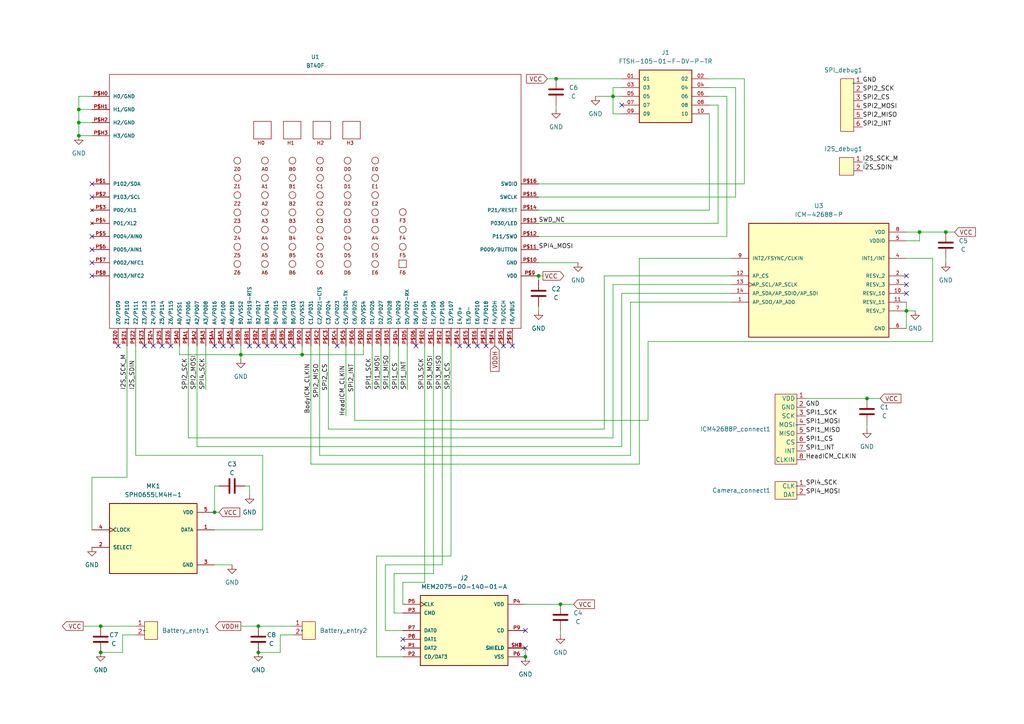
<source format=kicad_sch>
(kicad_sch (version 20230121) (generator eeschema)
  (paper "A4")
  (title_block (title "Bat Tag Main Board") (date "2024-04-04"))
  (lib_symbols
    (symbol "Bat_tag_Library:Battery_entry"
      (property "Reference" "Battery_entry" (at 0 -3.81 0))
      (symbol "Battery_entry_1_1"
        (rectangle (start 0 2.54) (end 3.81 -2.54) (fill (type background)))
        (pin power_in line (at -2.54 1.27 0) (length 2.54) (name "") (number "1"))
        (pin passive line (at -2.54 -1.27 0) (length 2.54) (name "") (number "2"))
      )
    )
    (symbol "Bat_tag_Library:I2S_debug"
      (property "Reference" "I2S_debug" (at 0.762 -4.572 0))
      (symbol "I2S_debug_1_1"
        (rectangle (start 0 2.54) (end 4.191 -2.54) (fill (type background)))
        (pin passive line (at -2.54 1.27 0) (length 2.54) (name "") (number "1"))
        (pin passive line (at -2.54 -1.27 0) (length 2.54) (name "") (number "2"))
      )
    )
    (symbol "Bat_tag_Library:ICM42688P_connect"
      (property "Reference" "ICM42688P_connect" (at 0 11.43 0))
      (symbol "ICM42688P_connect_1_1"
        (rectangle (start 0 8.89) (end 6.35 -11.43) (fill (type background)))
        (pin passive line (at -2.54 7.62 0) (length 2.54) (name "VDD") (number "1"))
        (pin passive line (at -2.54 5.08 0) (length 2.54) (name "GND") (number "2"))
        (pin passive line (at -2.54 2.54 0) (length 2.54) (name "SCK") (number "3"))
        (pin passive line (at -2.54 0 0) (length 2.54) (name "MOSI") (number "4"))
        (pin passive line (at -2.54 -2.54 0) (length 2.54) (name "MISO") (number "5"))
        (pin passive line (at -2.54 -5.08 0) (length 2.54) (name "CS") (number "6"))
        (pin passive line (at -2.54 -7.62 0) (length 2.54) (name "INT") (number "7"))
        (pin passive line (at -2.54 -10.16 0) (length 2.54) (name "CLKIN") (number "8"))
      )
    )
    (symbol "Bat_tag_Library:SPI_debug"
      (property "Reference" "SPI_debug" (at 0 3.81 0))
      (symbol "SPI_debug_1_1"
        (rectangle (start 0 1.27) (end 3.81 -13.97) (fill (type background)))
        (pin passive line (at -2.54 0 0) (length 2.54) (name "") (number "1"))
        (pin passive line (at -2.54 -2.54 0) (length 2.54) (name "") (number "2"))
        (pin passive line (at -2.54 -5.08 0) (length 2.54) (name "") (number "3"))
        (pin passive line (at -2.54 -7.62 0) (length 2.54) (name "") (number "4"))
        (pin passive line (at -2.54 -10.16 0) (length 2.54) (name "") (number "5"))
        (pin passive line (at -2.54 -12.7 0) (length 2.54) (name "") (number "6"))
      )
    )
    (symbol "Bat_tag_Library:camera_connect"
      (property "Reference" "Camera_connect" (at 0 3.81 0))
      (symbol "camera_connect_1_1"
        (rectangle (start 0 1.27) (end 6.35 -3.81) (fill (type background)))
        (pin passive line (at -2.54 0 0) (length 2.54) (name "CLK") (number "1"))
        (pin passive line (at -2.54 -2.54 0) (length 2.54) (name "DAT") (number "2"))
      )
    )
    (symbol "Device:C" (pin_numbers hide) (pin_names (offset 0.254))
      (property "Reference" "C" (at 0.635 2.54 0))
      (property "Value" "C" (at 0.635 -2.54 0))
      (symbol "C_0_1"
        (polyline (pts (xy -2.032 -0.762) (xy 2.032 -0.762)) (stroke (width 0.508)))
        (polyline (pts (xy -2.032 0.762) (xy 2.032 0.762)) (stroke (width 0.508)))
      )
      (symbol "C_1_1"
        (pin passive line (at 0 3.81 270) (length 2.794) (name "~") (number "1"))
        (pin passive line (at 0 -3.81 90) (length 2.794) (name "~") (number "2"))
      )
    )
    (symbol "FTSH-105-01-F-DV-P-TR:FTSH-105-01-F-DV-P-TR" (pin_names (offset 1.016))
      (property "Reference" "J" (at -8.12 7.62 0))
      (property "Value" "FTSH-105-01-F-DV-P-TR" (at -7.62 -10.16 0))
      (symbol "FTSH-105-01-F-DV-P-TR_0_0"
        (rectangle (start -7.62 -7.62) (end 7.62 7.62) (stroke (width 0.254)) (fill (type background)))
        (pin passive line (at -12.7 5.08 0) (length 5.08) (name "01") (number "01"))
        (pin passive line (at 12.7 5.08 180) (length 5.08) (name "02") (number "02"))
        (pin passive line (at -12.7 2.54 0) (length 5.08) (name "03") (number "03"))
        (pin passive line (at 12.7 2.54 180) (length 5.08) (name "04") (number "04"))
        (pin passive line (at -12.7 0 0) (length 5.08) (name "05") (number "05"))
        (pin passive line (at 12.7 0 180) (length 5.08) (name "06") (number "06"))
        (pin passive line (at -12.7 -2.54 0) (length 5.08) (name "07") (number "07"))
        (pin passive line (at 12.7 -2.54 180) (length 5.08) (name "08") (number "08"))
        (pin passive line (at -12.7 -5.08 0) (length 5.08) (name "09") (number "09"))
        (pin passive line (at 12.7 -5.08 180) (length 5.08) (name "10") (number "10"))
      )
    )
    (symbol "Fanstel-modules:BT40F" (pin_names (offset 1.016))
      (property "Reference" "U" (at 0 48.26 0))
      (property "Value" "BT40F" (at 63.5 -27.94 0))
      (symbol "BT40F_0_1"
        (rectangle (start -57.15 46.99) (end 62.23 -26.67))
      )
      (symbol "BT40F_1_0"
        (polyline (pts (xy -15.3162 28.2956) (xy -15.3162 33.3756)))
        (polyline (pts (xy -15.3162 33.3756) (xy -10.2362 33.3756)))
        (polyline (pts (xy -10.2362 28.2956) (xy -15.3162 28.2956)))
        (polyline (pts (xy -10.2362 33.3756) (xy -10.2362 28.2956)))
        (polyline (pts (xy -6.6802 28.2956) (xy -6.6802 33.3756)))
        (polyline (pts (xy -6.6802 33.3756) (xy -1.6256 33.3756)))
        (polyline (pts (xy -1.6256 28.2956) (xy -6.6802 28.2956)))
        (polyline (pts (xy -1.6256 33.3756) (xy -1.6256 28.2956)))
        (polyline (pts (xy 1.905 28.2956) (xy 1.905 33.3756)))
        (polyline (pts (xy 1.905 33.3756) (xy 6.985 33.3756)))
        (polyline (pts (xy 6.985 28.2956) (xy 1.905 28.2956)))
        (polyline (pts (xy 6.985 33.3756) (xy 6.985 28.2956)))
        (polyline (pts (xy 10.5156 28.2956) (xy 10.5156 33.3756)))
        (polyline (pts (xy 10.5156 33.3756) (xy 15.5956 33.3756)))
        (polyline (pts (xy 15.5956 28.2956) (xy 10.5156 28.2956)))
        (polyline (pts (xy 15.5956 33.3756) (xy 15.5956 28.2956)))
        (text "A0" (at -12.0904 19.5072 0) (effects (font (size 1.016 1.016))))
        (text "A1" (at -12.0904 14.5034 0) (effects (font (size 1.016 1.016))))
        (text "A2" (at -12.0904 9.4996 0) (effects (font (size 1.016 1.016))))
        (text "A3" (at -12.0904 4.4958 0) (effects (font (size 1.016 1.016))))
        (text "A4" (at -12.0904 -0.4826 0) (effects (font (size 1.016 1.016))))
        (text "A4" (at 19.8628 -0.4826 0) (effects (font (size 1.016 1.016))))
        (text "A5" (at -12.0904 -5.4864 0) (effects (font (size 1.016 1.016))))
        (text "A6" (at -12.0904 -10.4902 0) (effects (font (size 1.016 1.016))))
        (text "B0" (at -4.1148 19.5072 0) (effects (font (size 1.016 1.016))))
        (text "B1" (at -4.1148 14.5034 0) (effects (font (size 1.016 1.016))))
        (text "B2" (at -4.1148 9.4996 0) (effects (font (size 1.016 1.016))))
        (text "B3" (at -4.1148 4.4958 0) (effects (font (size 1.016 1.016))))
        (text "B4" (at -4.1148 -0.4826 0) (effects (font (size 1.016 1.016))))
        (text "B5" (at -4.1148 -5.4864 0) (effects (font (size 1.016 1.016))))
        (text "B6" (at -4.1148 -10.4902 0) (effects (font (size 1.016 1.016))))
        (text "C0" (at 3.8608 19.5072 0) (effects (font (size 1.016 1.016))))
        (text "C1" (at 3.8608 14.5034 0) (effects (font (size 1.016 1.016))))
        (text "C2" (at 3.8608 9.4996 0) (effects (font (size 1.016 1.016))))
        (text "C3" (at 3.8608 4.4958 0) (effects (font (size 1.016 1.016))))
        (text "C4" (at 3.8608 -0.4826 0) (effects (font (size 1.016 1.016))))
        (text "C5" (at 3.8608 -5.4864 0) (effects (font (size 1.016 1.016))))
        (text "C6" (at 3.8608 -10.4902 0) (effects (font (size 1.016 1.016))))
        (text "D0" (at 11.8618 19.5072 0) (effects (font (size 1.016 1.016))))
        (text "D1" (at 11.8618 14.5034 0) (effects (font (size 1.016 1.016))))
        (text "D2" (at 11.8618 9.4996 0) (effects (font (size 1.016 1.016))))
        (text "D3" (at 11.8618 4.4958 0) (effects (font (size 1.016 1.016))))
        (text "D4" (at 11.8618 -0.4826 0) (effects (font (size 1.016 1.016))))
        (text "D5" (at 11.8618 -5.4864 0) (effects (font (size 1.016 1.016))))
        (text "D6" (at 11.8618 -10.4902 0) (effects (font (size 1.016 1.016))))
        (text "E0" (at 19.8628 19.5072 0) (effects (font (size 1.016 1.016))))
        (text "E1" (at 19.8628 14.5034 0) (effects (font (size 1.016 1.016))))
        (text "E2" (at 19.8628 9.4996 0) (effects (font (size 1.016 1.016))))
        (text "E3" (at 19.8628 4.4958 0) (effects (font (size 1.016 1.016))))
        (text "E5" (at 19.8628 -5.4864 0) (effects (font (size 1.016 1.016))))
        (text "E6" (at 19.8628 -10.4902 0) (effects (font (size 1.016 1.016))))
        (text "F4" (at 27.8638 -0.4826 0) (effects (font (size 1.016 1.016))))
        (text "F5" (at 27.8638 -5.4864 0) (effects (font (size 1.016 1.016))))
        (text "F6" (at 27.8638 -10.4902 0) (effects (font (size 1.016 1.016))))
        (text "H0" (at -13.1826 27.1272 0) (effects (font (size 1.016 1.016))))
        (text "H1" (at -4.572 27.1272 0) (effects (font (size 1.016 1.016))))
        (text "H2" (at 4.0386 27.1272 0) (effects (font (size 1.016 1.016))))
        (text "H3" (at 12.6492 27.1272 0) (effects (font (size 1.016 1.016))))
        (text "Z0" (at -20.0914 19.5072 0) (effects (font (size 1.016 1.016))))
        (text "Z1" (at -20.0914 14.5034 0) (effects (font (size 1.016 1.016))))
        (text "Z2" (at -20.0914 9.4996 0) (effects (font (size 1.016 1.016))))
        (text "Z3" (at -20.0914 4.4958 0) (effects (font (size 1.016 1.016))))
        (text "Z4" (at -20.0914 -0.4826 0) (effects (font (size 1.016 1.016))))
        (text "Z5" (at -20.0914 -5.4864 0) (effects (font (size 1.016 1.016))))
        (text "Z6" (at -20.0914 -10.4902 0) (effects (font (size 1.016 1.016))))
      )
      (symbol "BT40F_1_1"
        (circle (center -20.066 -7.9756) (radius 0.9906))
        (circle (center -20.066 -2.9972) (radius 0.9906))
        (circle (center -20.066 1.9812) (radius 0.9906))
        (circle (center -20.066 6.985) (radius 0.9906))
        (circle (center -20.066 11.9888) (radius 0.9906))
        (circle (center -20.066 16.9926) (radius 0.9906))
        (circle (center -20.066 21.9964) (radius 0.9906))
        (circle (center -12.065 -7.9756) (radius 0.9906))
        (circle (center -12.065 -2.9972) (radius 0.9906))
        (circle (center -12.065 1.9812) (radius 0.9906))
        (circle (center -12.065 6.985) (radius 0.9906))
        (circle (center -12.065 11.9888) (radius 0.9906))
        (circle (center -12.065 16.9926) (radius 0.9906))
        (circle (center -12.065 21.9964) (radius 0.9906))
        (circle (center -4.0894 -7.9756) (radius 0.9906))
        (circle (center -4.0894 -2.9972) (radius 0.9906))
        (circle (center -4.0894 1.9812) (radius 0.9906))
        (circle (center -4.0894 6.985) (radius 0.9906))
        (circle (center -4.0894 11.9888) (radius 0.9906))
        (circle (center -4.0894 16.9926) (radius 0.9906))
        (circle (center -4.0894 21.9964) (radius 0.9906))
        (circle (center 3.9116 -7.9756) (radius 0.9906))
        (circle (center 3.9116 -2.9972) (radius 0.9906))
        (circle (center 3.9116 1.9812) (radius 0.9906))
        (circle (center 3.9116 6.985) (radius 0.9906))
        (circle (center 3.9116 11.9888) (radius 0.9906))
        (circle (center 3.9116 16.9926) (radius 0.9906))
        (circle (center 3.9116 21.9964) (radius 0.9906))
        (circle (center 11.9126 -7.9756) (radius 0.9906))
        (circle (center 11.9126 -2.9972) (radius 0.9906))
        (circle (center 11.9126 1.9812) (radius 0.9906))
        (circle (center 11.9126 6.985) (radius 0.9906))
        (circle (center 11.9126 11.9888) (radius 0.9906))
        (circle (center 11.9126 16.9926) (radius 0.9906))
        (circle (center 11.9126 21.9964) (radius 0.9906))
        (circle (center 19.9136 -7.9756) (radius 0.9906))
        (circle (center 19.9136 -2.9972) (radius 0.9906))
        (circle (center 19.9136 1.9812) (radius 0.9906))
        (circle (center 19.9136 6.985) (radius 0.9906))
        (circle (center 19.9136 11.9888) (radius 0.9906))
        (circle (center 19.9136 16.9926) (radius 0.9906))
        (circle (center 19.9136 21.9964) (radius 0.9906))
        (rectangle (start 26.797 -6.858) (end 28.956 -9.017))
        (circle (center 27.9146 -2.9972) (radius 0.9906))
        (circle (center 27.9146 1.9812) (radius 0.9906))
        (circle (center 27.9146 7.0612) (radius 0.9906))
        (text "F3" (at 27.8638 4.5974 0) (effects (font (size 1.016 1.016))))
        (pin bidirectional line (at -62.23 15.24 0) (length 5.08) (name "P102/SDA") (number "P$1"))
        (pin bidirectional line (at 67.31 -7.62 180) (length 5.08) (name "GND") (number "P$10"))
        (pin bidirectional line (at 67.31 -3.81 180) (length 5.08) (name "P009/BUTTON") (number "P$11"))
        (pin bidirectional line (at 67.31 0 180) (length 5.08) (name "P11/SWO") (number "P$12"))
        (pin bidirectional line (at 67.31 3.81 180) (length 5.08) (name "P030/LED") (number "P$13"))
        (pin bidirectional line (at 67.31 7.62 180) (length 5.08) (name "P21/RESET") (number "P$14"))
        (pin bidirectional line (at 67.31 11.43 180) (length 5.08) (name "SWCLK") (number "P$15"))
        (pin bidirectional line (at 67.31 15.24 180) (length 5.08) (name "SWDIO") (number "P$16"))
        (pin bidirectional line (at -62.23 11.43 0) (length 5.08) (name "P103/SCL") (number "P$2"))
        (pin no_connect line (at -62.23 7.62 0) (length 5.08) (name "P00/XL1") (number "P$3"))
        (pin no_connect line (at -62.23 3.81 0) (length 5.08) (name "P01/XL2") (number "P$4"))
        (pin bidirectional line (at -62.23 0 0) (length 5.08) (name "P004/AIN0") (number "P$5"))
        (pin bidirectional line (at -62.23 -3.81 0) (length 5.08) (name "P005/AIN1") (number "P$6"))
        (pin bidirectional line (at -62.23 -7.62 0) (length 5.08) (name "P002/NFC1") (number "P$7"))
        (pin bidirectional line (at -62.23 -11.43 0) (length 5.08) (name "P003/NFC2") (number "P$8"))
        (pin bidirectional line (at 67.31 -11.43 180) (length 5.08) (name "VDD") (number "P$9"))
        (pin bidirectional line (at -36.83 -31.75 90) (length 5.08) (name "A0/VSS1") (number "P$A0"))
        (pin bidirectional line (at -34.29 -31.75 90) (length 5.08) (name "A1/P006") (number "P$A1"))
        (pin bidirectional line (at -31.75 -31.75 90) (length 5.08) (name "A2/P007") (number "P$A2"))
        (pin bidirectional line (at -29.21 -31.75 90) (length 5.08) (name "A3/P008") (number "P$A3"))
        (pin bidirectional line (at -26.67 -31.75 90) (length 5.08) (name "A4/P016") (number "P$A4"))
        (pin bidirectional line (at -24.13 -31.75 90) (length 5.08) (name "A5/P100") (number "P$A5"))
        (pin bidirectional line (at -21.59 -31.75 90) (length 5.08) (name "A6/P018") (number "P$A6"))
        (pin bidirectional line (at -19.05 -31.75 90) (length 5.08) (name "B0/VSS2") (number "P$B0"))
        (pin bidirectional line (at -16.51 -31.75 90) (length 5.08) (name "B1/P019-RTS") (number "P$B1"))
        (pin bidirectional line (at -13.97 -31.75 90) (length 5.08) (name "B2/P017") (number "P$B2"))
        (pin bidirectional line (at -11.43 -31.75 90) (length 5.08) (name "B3/P014") (number "P$B3"))
        (pin bidirectional line (at -8.89 -31.75 90) (length 5.08) (name "B4/P015") (number "P$B4"))
        (pin bidirectional line (at -6.35 -31.75 90) (length 5.08) (name "B5/P012") (number "P$B5"))
        (pin bidirectional line (at -3.81 -31.75 90) (length 5.08) (name "B6/P103") (number "P$B6"))
        (pin bidirectional line (at -1.27 -31.75 90) (length 5.08) (name "C0/VSS3") (number "P$C0"))
        (pin bidirectional line (at 1.27 -31.75 90) (length 5.08) (name "C1/P031") (number "P$C1"))
        (pin bidirectional line (at 3.81 -31.75 90) (length 5.08) (name "C2/P021-CTS") (number "P$C2"))
        (pin bidirectional line (at 6.35 -31.75 90) (length 5.08) (name "C3/P024") (number "P$C3"))
        (pin bidirectional line (at 8.89 -31.75 90) (length 5.08) (name "C4/P023") (number "P$C4"))
        (pin bidirectional line (at 11.43 -31.75 90) (length 5.08) (name "C5/P020-TX") (number "P$C5"))
        (pin bidirectional line (at 13.97 -31.75 90) (length 5.08) (name "C6/P025") (number "P$C6"))
        (pin bidirectional line (at 16.51 -31.75 90) (length 5.08) (name "D0/VSS4") (number "P$D0"))
        (pin bidirectional line (at 19.05 -31.75 90) (length 5.08) (name "D1/P026") (number "P$D1"))
        (pin bidirectional line (at 21.59 -31.75 90) (length 5.08) (name "D2/P027") (number "P$D2"))
        (pin bidirectional line (at 24.13 -31.75 90) (length 5.08) (name "D3/P028") (number "P$D3"))
        (pin bidirectional line (at 26.67 -31.75 90) (length 5.08) (name "D4/P029") (number "P$D4"))
        (pin bidirectional line (at 29.21 -31.75 90) (length 5.08) (name "D5/P022-RX") (number "P$D5"))
        (pin bidirectional line (at 31.75 -31.75 90) (length 5.08) (name "D6/P101") (number "P$D6"))
        (pin bidirectional line (at 34.29 -31.75 90) (length 5.08) (name "E0/P104") (number "P$E0"))
        (pin bidirectional line (at 36.83 -31.75 90) (length 5.08) (name "E1/P105") (number "P$E1"))
        (pin bidirectional line (at 39.37 -31.75 90) (length 5.08) (name "E2/P106") (number "P$E2"))
        (pin bidirectional line (at 41.91 -31.75 90) (length 5.08) (name "E3/P107") (number "P$E3"))
        (pin bidirectional line (at 44.45 -31.75 90) (length 5.08) (name "E4/D+") (number "P$E4"))
        (pin bidirectional line (at 46.99 -31.75 90) (length 5.08) (name "E5/D-") (number "P$E5"))
        (pin bidirectional line (at 49.53 -31.75 90) (length 5.08) (name "E6/P010") (number "P$E6"))
        (pin bidirectional line (at 52.07 -31.75 90) (length 5.08) (name "F3/P018") (number "P$F3"))
        (pin bidirectional line (at 54.61 -31.75 90) (length 5.08) (name "F4/VDDH") (number "P$F4"))
        (pin bidirectional line (at 57.15 -31.75 90) (length 5.08) (name "F5/DCCH") (number "P$F5"))
        (pin bidirectional line (at 59.69 -31.75 90) (length 5.08) (name "F6/VBUS") (number "P$F6"))
        (pin bidirectional line (at -62.23 40.64 0) (length 5.08) (name "H0/GND") (number "P$H0"))
        (pin bidirectional line (at -62.23 36.83 0) (length 5.08) (name "H1/GND") (number "P$H1"))
        (pin bidirectional line (at -62.23 33.02 0) (length 5.08) (name "H2/GND") (number "P$H2"))
        (pin bidirectional line (at -62.23 29.21 0) (length 5.08) (name "H3/GND") (number "P$H3"))
        (pin bidirectional line (at -54.61 -31.75 90) (length 5.08) (name "Z0/P109") (number "P$Z0"))
        (pin bidirectional line (at -52.07 -31.75 90) (length 5.08) (name "Z1/P110") (number "P$Z1"))
        (pin bidirectional line (at -49.53 -31.75 90) (length 5.08) (name "Z2/P111") (number "P$Z2"))
        (pin bidirectional line (at -46.99 -31.75 90) (length 5.08) (name "Z3/P112") (number "P$Z3"))
        (pin bidirectional line (at -44.45 -31.75 90) (length 5.08) (name "Z4/P113") (number "P$Z4"))
        (pin bidirectional line (at -41.91 -31.75 90) (length 5.08) (name "Z5/P114") (number "P$Z5"))
        (pin bidirectional line (at -39.37 -31.75 90) (length 5.08) (name "Z6/P115") (number "P$Z6"))
      )
    )
    (symbol "ICM-42688-P:ICM-42688-P" (pin_names (offset 1.016))
      (property "Reference" "U" (at -20.32 16.002 0))
      (property "Value" "ICM-42688-P" (at -20.32 -20.32 0))
      (symbol "ICM-42688-P_0_0"
        (rectangle (start -20.32 -17.78) (end 20.32 15.24) (stroke (width 0.254)) (fill (type background)))
        (pin bidirectional line (at -25.4 -7.62 0) (length 5.08) (name "AP_SDO/AP_AD0") (number "1"))
        (pin passive line (at 25.4 -5.08 180) (length 5.08) (name "RESV_10") (number "10"))
        (pin passive line (at 25.4 -7.62 180) (length 5.08) (name "RESV_11") (number "11"))
        (pin input line (at -25.4 0 0) (length 5.08) (name "AP_CS") (number "12"))
        (pin input clock (at -25.4 -2.54 0) (length 5.08) (name "AP_SCL/AP_SCLK") (number "13"))
        (pin bidirectional line (at -25.4 -5.08 0) (length 5.08) (name "AP_SDA/AP_SDIO/AP_SDI") (number "14"))
        (pin passive line (at 25.4 0 180) (length 5.08) (name "RESV_2") (number "2"))
        (pin passive line (at 25.4 -2.54 180) (length 5.08) (name "RESV_3") (number "3"))
        (pin output line (at 25.4 5.08 180) (length 5.08) (name "INT1/INT") (number "4"))
        (pin power_in line (at 25.4 10.16 180) (length 5.08) (name "VDDIO") (number "5"))
        (pin power_in line (at 25.4 -15.24 180) (length 5.08) (name "GND") (number "6"))
        (pin passive line (at 25.4 -10.16 180) (length 5.08) (name "RESV_7") (number "7"))
        (pin power_in line (at 25.4 12.7 180) (length 5.08) (name "VDD") (number "8"))
        (pin bidirectional line (at -25.4 5.08 0) (length 5.08) (name "INT2/FSYNC/CLKIN") (number "9"))
      )
    )
    (symbol "MEM2075-00-140-01-A:MEM2075-00-140-01-A" (pin_names (offset 1.016))
      (property "Reference" "J" (at -12.7 10.795 0))
      (property "Value" "MEM2075-00-140-01-A" (at -12.7 -12.7 0))
      (symbol "MEM2075-00-140-01-A_0_0"
        (rectangle (start -12.7 -10.16) (end 12.7 10.16) (stroke (width 0.254)) (fill (type background)))
        (pin bidirectional line (at -17.78 -5.08 0) (length 5.08) (name "DAT2") (number "P1"))
        (pin bidirectional line (at -17.78 -7.62 0) (length 5.08) (name "CD/DAT3") (number "P2"))
        (pin bidirectional line (at -17.78 5.08 0) (length 5.08) (name "CMD") (number "P3"))
        (pin power_in line (at 17.78 7.62 180) (length 5.08) (name "VDD") (number "P4"))
        (pin bidirectional clock (at -17.78 7.62 0) (length 5.08) (name "CLK") (number "P5"))
        (pin power_in line (at 17.78 -7.62 180) (length 5.08) (name "VSS") (number "P6"))
        (pin bidirectional line (at -17.78 0 0) (length 5.08) (name "DAT0") (number "P7"))
        (pin bidirectional line (at -17.78 -2.54 0) (length 5.08) (name "DAT1") (number "P8"))
        (pin passive line (at 17.78 0 180) (length 5.08) (name "CD") (number "P9"))
        (pin power_in line (at 17.78 -5.08 180) (length 5.08) (name "SHIELD") (number "SH1"))
        (pin power_in line (at 17.78 -5.08 180) (length 5.08) (name "SHIELD") (number "SH2"))
        (pin power_in line (at 17.78 -5.08 180) (length 5.08) (name "SHIELD") (number "SH3"))
        (pin power_in line (at 17.78 -5.08 180) (length 5.08) (name "SHIELD") (number "SH4"))
      )
    )
    (symbol "SPH0655LM4H-1:SPH0655LM4H-1" (pin_names (offset 1.016))
      (property "Reference" "MK" (at -12.7 10.795 0))
      (property "Value" "SPH0655LM4H-1" (at -12.7 -12.7 0))
      (symbol "SPH0655LM4H-1_0_0"
        (rectangle (start -12.7 -10.16) (end 12.7 10.16) (stroke (width 0.254)) (fill (type background)))
        (pin output line (at 17.78 2.54 180) (length 5.08) (name "DATA") (number "1"))
        (pin input line (at -17.78 -2.54 0) (length 5.08) (name "SELECT") (number "2"))
        (pin power_in line (at 17.78 -7.62 180) (length 5.08) (name "GND") (number "3"))
        (pin input clock (at -17.78 2.54 0) (length 5.08) (name "CLOCK") (number "4"))
        (pin power_in line (at 17.78 7.62 180) (length 5.08) (name "VDD") (number "5"))
      )
    )
    (symbol "power:GND" (power) (pin_names (offset 0))
      (property "Value" "GND" (at 0 -3.81 0))
      (symbol "GND_0_1"
        (polyline (pts (xy 0 0) (xy 0 -1.27) (xy 1.27 -1.27) (xy 0 -2.54) (xy -1.27 -1.27) (xy 0 -1.27)))
      )
      (symbol "GND_1_1"
        (pin power_in line (at 0 0 270) (length 0) hide (name "GND") (number "1"))
      )
    )
  )
  (junction (at 162.56 175.26))
  (junction (at 29.21 189.23))
  (junction (at 274.32 67.31))
  (junction (at 22.86 39.37))
  (junction (at 74.93 189.23))
  (junction (at 69.85 102.87))
  (junction (at 87.63 102.87))
  (junction (at 29.21 181.61))
  (junction (at 161.29 22.86))
  (junction (at 251.46 115.57))
  (junction (at 177.8 27.94))
  (junction (at 266.7 67.31))
  (junction (at 152.4 190.5))
  (junction (at 62.23 148.59))
  (junction (at 74.93 181.61))
  (junction (at 262.89 90.17))
  (junction (at 22.86 35.56))
  (junction (at 156.21 80.01))
  (junction (at 22.86 31.75))
  (no_connect (at 133.35 100.33))
  (no_connect (at 26.67 53.34))
  (no_connect (at 77.47 100.33))
  (no_connect (at 120.65 100.33))
  (no_connect (at 74.93 100.33))
  (no_connect (at 262.89 80.01))
  (no_connect (at 34.29 100.33))
  (no_connect (at 26.67 57.15))
  (no_connect (at 146.05 100.33))
  (no_connect (at 49.53 100.33))
  (no_connect (at 152.4 187.96))
  (no_connect (at 140.97 100.33))
  (no_connect (at 80.01 100.33))
  (no_connect (at 152.4 182.88))
  (no_connect (at 85.09 100.33))
  (no_connect (at 46.99 100.33))
  (no_connect (at 148.59 100.33))
  (no_connect (at 97.79 100.33))
  (no_connect (at 62.23 100.33))
  (no_connect (at 26.67 76.2))
  (no_connect (at 67.31 100.33))
  (no_connect (at 262.89 82.55))
  (no_connect (at 180.34 30.48))
  (no_connect (at 262.89 85.09))
  (no_connect (at 116.84 185.42))
  (no_connect (at 44.45 100.33))
  (no_connect (at 138.43 100.33))
  (no_connect (at 72.39 100.33))
  (no_connect (at 64.77 100.33))
  (no_connect (at 116.84 187.96))
  (no_connect (at 26.67 68.58))
  (no_connect (at 41.91 100.33))
  (no_connect (at 26.67 72.39))
  (no_connect (at 135.89 100.33))
  (no_connect (at 82.55 100.33))
  (no_connect (at 26.67 80.01))
  (wire (pts (xy 162.56 184.15) (xy 162.56 182.88)))
  (wire (pts (xy 76.2 132.08) (xy 76.2 153.67)))
  (wire (pts (xy 157.48 80.01) (xy 156.21 80.01)))
  (wire (pts (xy 156.21 60.96) (xy 205.74 60.96)))
  (wire (pts (xy 130.81 100.33) (xy 130.81 161.29)))
  (wire (pts (xy 177.8 27.94) (xy 177.8 33.02)))
  (wire (pts (xy 213.36 25.4) (xy 213.36 57.15)))
  (wire (pts (xy 36.83 138.43) (xy 36.83 100.33)))
  (wire (pts (xy 62.23 163.83) (xy 67.31 163.83)))
  (wire (pts (xy 24.13 181.61) (xy 29.21 181.61)))
  (wire (pts (xy 113.03 113.03) (xy 113.03 100.33)))
  (wire (pts (xy 52.07 102.87) (xy 52.07 100.33)))
  (wire (pts (xy 22.86 27.94) (xy 22.86 31.75)))
  (wire (pts (xy 156.21 64.77) (xy 208.28 64.77)))
  (wire (pts (xy 102.87 121.92) (xy 187.96 121.92)))
  (wire (pts (xy 54.61 127) (xy 177.8 127)))
  (wire (pts (xy 26.67 35.56) (xy 22.86 35.56)))
  (wire (pts (xy 274.32 67.31) (xy 276.86 67.31)))
  (wire (pts (xy 71.12 140.97) (xy 72.39 140.97)))
  (wire (pts (xy 156.21 90.17) (xy 156.21 88.9)))
  (wire (pts (xy 251.46 115.57) (xy 255.27 115.57)))
  (wire (pts (xy 212.09 87.63) (xy 182.88 87.63)))
  (wire (pts (xy 274.32 76.2) (xy 274.32 74.93)))
  (wire (pts (xy 57.15 129.54) (xy 180.34 129.54)))
  (wire (pts (xy 125.73 100.33) (xy 125.73 166.37)))
  (wire (pts (xy 26.67 138.43) (xy 36.83 138.43)))
  (wire (pts (xy 156.21 68.58) (xy 210.82 68.58)))
  (wire (pts (xy 105.41 100.33) (xy 105.41 102.87)))
  (wire (pts (xy 26.67 27.94) (xy 22.86 27.94)))
  (wire (pts (xy 187.96 99.06) (xy 270.51 99.06)))
  (wire (pts (xy 262.89 90.17) (xy 265.43 90.17)))
  (wire (pts (xy 123.19 168.91) (xy 116.84 168.91)))
  (wire (pts (xy 208.28 64.77) (xy 208.28 30.48)))
  (wire (pts (xy 266.7 67.31) (xy 274.32 67.31)))
  (wire (pts (xy 158.75 22.86) (xy 161.29 22.86)))
  (wire (pts (xy 29.21 189.23) (xy 35.56 189.23)))
  (wire (pts (xy 114.3 177.8) (xy 116.84 177.8)))
  (wire (pts (xy 162.56 175.26) (xy 166.37 175.26)))
  (wire (pts (xy 156.21 57.15) (xy 213.36 57.15)))
  (wire (pts (xy 262.89 87.63) (xy 262.89 90.17)))
  (wire (pts (xy 59.69 100.33) (xy 59.69 113.03)))
  (wire (pts (xy 69.85 102.87) (xy 69.85 100.33)))
  (wire (pts (xy 123.19 100.33) (xy 123.19 168.91)))
  (wire (pts (xy 205.74 33.02) (xy 205.74 60.96)))
  (wire (pts (xy 167.64 76.2) (xy 156.21 76.2)))
  (wire (pts (xy 262.89 90.17) (xy 262.89 95.25)))
  (wire (pts (xy 95.25 124.46) (xy 175.26 124.46)))
  (wire (pts (xy 107.95 113.03) (xy 107.95 100.33)))
  (wire (pts (xy 161.29 22.86) (xy 180.34 22.86)))
  (wire (pts (xy 177.8 25.4) (xy 177.8 27.94)))
  (wire (pts (xy 35.56 184.15) (xy 39.37 184.15)))
  (wire (pts (xy 251.46 124.46) (xy 251.46 123.19)))
  (wire (pts (xy 22.86 35.56) (xy 22.86 39.37)))
  (wire (pts (xy 35.56 189.23) (xy 35.56 184.15)))
  (wire (pts (xy 90.17 100.33) (xy 90.17 134.62)))
  (wire (pts (xy 111.76 182.88) (xy 116.84 182.88)))
  (wire (pts (xy 87.63 100.33) (xy 87.63 102.87)))
  (wire (pts (xy 152.4 175.26) (xy 162.56 175.26)))
  (wire (pts (xy 128.27 163.83) (xy 111.76 163.83)))
  (wire (pts (xy 81.28 184.15) (xy 85.09 184.15)))
  (wire (pts (xy 22.86 31.75) (xy 22.86 35.56)))
  (wire (pts (xy 63.5 148.59) (xy 62.23 148.59)))
  (wire (pts (xy 87.63 102.87) (xy 105.41 102.87)))
  (wire (pts (xy 212.09 82.55) (xy 177.8 82.55)))
  (wire (pts (xy 161.29 31.75) (xy 161.29 30.48)))
  (wire (pts (xy 109.22 161.29) (xy 109.22 190.5)))
  (wire (pts (xy 29.21 181.61) (xy 39.37 181.61)))
  (wire (pts (xy 74.93 189.23) (xy 81.28 189.23)))
  (wire (pts (xy 187.96 99.06) (xy 187.96 121.92)))
  (wire (pts (xy 180.34 25.4) (xy 177.8 25.4)))
  (wire (pts (xy 233.68 115.57) (xy 251.46 115.57)))
  (wire (pts (xy 114.3 166.37) (xy 114.3 177.8)))
  (wire (pts (xy 128.27 100.33) (xy 128.27 163.83)))
  (wire (pts (xy 87.63 102.87) (xy 69.85 102.87)))
  (wire (pts (xy 266.7 67.31) (xy 262.89 67.31)))
  (wire (pts (xy 262.89 69.85) (xy 266.7 69.85)))
  (wire (pts (xy 177.8 82.55) (xy 177.8 127)))
  (wire (pts (xy 110.49 113.03) (xy 110.49 100.33)))
  (wire (pts (xy 72.39 140.97) (xy 72.39 143.51)))
  (wire (pts (xy 212.09 85.09) (xy 180.34 85.09)))
  (wire (pts (xy 156.21 81.28) (xy 156.21 80.01)))
  (wire (pts (xy 175.26 80.01) (xy 212.09 80.01)))
  (wire (pts (xy 111.76 163.83) (xy 111.76 182.88)))
  (wire (pts (xy 90.17 134.62) (xy 185.42 134.62)))
  (wire (pts (xy 92.71 100.33) (xy 92.71 132.08)))
  (wire (pts (xy 92.71 132.08) (xy 182.88 132.08)))
  (wire (pts (xy 100.33 100.33) (xy 100.33 120.65)))
  (wire (pts (xy 208.28 30.48) (xy 205.74 30.48)))
  (wire (pts (xy 262.89 74.93) (xy 270.51 74.93)))
  (wire (pts (xy 57.15 129.54) (xy 57.15 100.33)))
  (wire (pts (xy 74.93 181.61) (xy 85.09 181.61)))
  (wire (pts (xy 95.25 100.33) (xy 95.25 124.46)))
  (wire (pts (xy 69.85 181.61) (xy 74.93 181.61)))
  (wire (pts (xy 115.57 113.03) (xy 115.57 100.33)))
  (wire (pts (xy 205.74 22.86) (xy 215.9 22.86)))
  (wire (pts (xy 22.86 39.37) (xy 26.67 39.37)))
  (wire (pts (xy 185.42 74.93) (xy 185.42 134.62)))
  (wire (pts (xy 270.51 74.93) (xy 270.51 99.06)))
  (wire (pts (xy 81.28 189.23) (xy 81.28 184.15)))
  (wire (pts (xy 215.9 53.34) (xy 156.21 53.34)))
  (wire (pts (xy 39.37 100.33) (xy 39.37 132.08)))
  (wire (pts (xy 130.81 161.29) (xy 109.22 161.29)))
  (wire (pts (xy 125.73 166.37) (xy 114.3 166.37)))
  (wire (pts (xy 54.61 100.33) (xy 54.61 127)))
  (wire (pts (xy 180.34 85.09) (xy 180.34 129.54)))
  (wire (pts (xy 266.7 69.85) (xy 266.7 67.31)))
  (wire (pts (xy 210.82 27.94) (xy 210.82 68.58)))
  (wire (pts (xy 62.23 140.97) (xy 62.23 148.59)))
  (wire (pts (xy 172.72 27.94) (xy 177.8 27.94)))
  (wire (pts (xy 69.85 104.14) (xy 69.85 102.87)))
  (wire (pts (xy 177.8 33.02) (xy 180.34 33.02)))
  (wire (pts (xy 118.11 113.03) (xy 118.11 100.33)))
  (wire (pts (xy 52.07 102.87) (xy 69.85 102.87)))
  (wire (pts (xy 213.36 25.4) (xy 205.74 25.4)))
  (wire (pts (xy 39.37 132.08) (xy 76.2 132.08)))
  (wire (pts (xy 175.26 124.46) (xy 175.26 80.01)))
  (wire (pts (xy 152.4 187.96) (xy 152.4 190.5)))
  (wire (pts (xy 26.67 31.75) (xy 22.86 31.75)))
  (wire (pts (xy 26.67 138.43) (xy 26.67 153.67)))
  (wire (pts (xy 109.22 190.5) (xy 116.84 190.5)))
  (wire (pts (xy 62.23 153.67) (xy 76.2 153.67)))
  (wire (pts (xy 182.88 87.63) (xy 182.88 132.08)))
  (wire (pts (xy 212.09 74.93) (xy 185.42 74.93)))
  (wire (pts (xy 180.34 27.94) (xy 177.8 27.94)))
  (wire (pts (xy 215.9 22.86) (xy 215.9 53.34)))
  (wire (pts (xy 205.74 27.94) (xy 210.82 27.94)))
  (wire (pts (xy 63.5 140.97) (xy 62.23 140.97)))
  (wire (pts (xy 102.87 100.33) (xy 102.87 121.92)))
  (wire (pts (xy 116.84 168.91) (xy 116.84 175.26)))
  (label "SPI1_SCK" (at 107.95 113.03 90))
  (label "SPI4_SCK" (at 233.68 140.97 0))
  (label "SPI2_CS" (at 250.19 29.21 0))
  (label "SPI2_INT" (at 250.19 36.83 0))
  (label "SPI2_MOSI" (at 250.19 31.75 0))
  (label "SPI1_MISO" (at 233.68 125.73 0))
  (label "I2S_SCK_M" (at 36.83 113.03 90))
  (label "SPI1_MISO" (at 113.03 113.03 90))
  (label "SPI1_INT" (at 118.11 113.03 90))
  (label "GND" (at 233.68 118.11 0))
  (label "SPI2_SCK" (at 250.19 26.67 0))
  (label "GND" (at 250.19 24.13 0))
  (label "HeadICM_CLKIN" (at 100.33 120.65 90))
  (label "SPI4_MOSI" (at 156.21 72.39 0))
  (label "HeadICM_CLKIN" (at 233.68 133.35 0))
  (label "SPI2_INT" (at 102.87 105.41 270))
  (label "SPI3_MOSI" (at 125.73 113.03 90))
  (label "SPI2_SCK" (at 54.61 113.03 90))
  (label "SPI1_MOSI" (at 233.68 123.19 0))
  (label "SPI1_CS" (at 233.68 128.27 0))
  (label "SPI2_CS" (at 95.25 105.41 270))
  (label "BodyICM_CLKIN" (at 90.17 105.41 270))
  (label "SPI1_SCK" (at 233.68 120.65 0))
  (label "SPI3_CS" (at 130.81 113.03 90))
  (label "I2S_SDIN" (at 250.19 49.53 0))
  (label "I2S_SDIN" (at 39.37 113.03 90))
  (label "SWD_NC" (at 156.21 64.77 0))
  (label "SPI2_MISO" (at 250.19 34.29 0))
  (label "SPI3_SCK" (at 123.19 113.03 90))
  (label "SPI4_SCK" (at 59.69 113.03 90))
  (label "SPI1_CS" (at 115.57 113.03 90))
  (label "I2S_SCK_M" (at 250.19 46.99 0))
  (label "SPI1_MOSI" (at 110.49 113.03 90))
  (label "SPI1_INT" (at 233.68 130.81 0))
  (label "SPI2_MISO" (at 92.71 105.41 270))
  (label "SPI4_MOSI" (at 233.68 143.51 0))
  (label "SPI3_MISO" (at 128.27 113.03 90))
  (label "SPI2_MOSI" (at 57.15 113.03 90))
  (global_label "VDDH" (shape input) (at 143.51 100.33 270) (property "Intersheetrefs" "${INTERSHEET_REFS}" (effects hide)))
  (global_label "VCC" (shape input) (at 63.5 148.59 0) (property "Intersheetrefs" "${INTERSHEET_REFS}" (effects hide)))
  (global_label "VCC" (shape input) (at 166.37 175.26 0) (property "Intersheetrefs" "${INTERSHEET_REFS}" (effects hide)))
  (global_label "VCC" (shape input) (at 255.27 115.57 0) (property "Intersheetrefs" "${INTERSHEET_REFS}" (effects hide)))
  (global_label "VDDH" (shape output) (at 69.85 181.61 180) (property "Intersheetrefs" "${INTERSHEET_REFS}" (effects hide)))
  (global_label "VCC" (shape input) (at 158.75 22.86 180) (property "Intersheetrefs" "${INTERSHEET_REFS}" (effects hide)))
  (global_label "VCC" (shape output) (at 24.13 181.61 180) (property "Intersheetrefs" "${INTERSHEET_REFS}" (effects hide)))
  (global_label "VCC" (shape output) (at 157.48 80.01 0) (property "Intersheetrefs" "${INTERSHEET_REFS}" (effects hide)))
  (global_label "VCC" (shape input) (at 276.86 67.31 0) (property "Intersheetrefs" "${INTERSHEET_REFS}" (effects hide)))
  (symbol (lib_id "power:GND") (at 274.32 76.2 0) (unit 1)
    (property "Reference" "#PWR08" (effects hide))
    (property "Value" "GND" (at 274.32 81.28 0))
  )
  (symbol (lib_id "Fanstel-modules:BT40F") (at 88.9 68.58 0) (unit 1)
    (property "Reference" "U1" (at 91.44 16.51 0) (effects (font (size 1.143 1.143))))
    (property "Value" "BT40F" (at 91.44 19.05 0) (effects (font (size 1.143 1.143))))
    (property "Footprint" "Fanstel_modules:BT40F" (effects hide))
  )
  (symbol (lib_id "Bat_tag_Library:I2S_debug") (at 247.65 48.26 0) (mirror y) (unit 1)
    (property "Reference" "I2S_debug1" (at 250.19 43.18 0) (effects (justify left)))
    (property "Value" "~" (at 251.079 47.244 0))
    (property "Footprint" "Bat_tag_Library:I2S_debug" (effects hide))
  )
  (symbol (lib_id "power:GND") (at 265.43 90.17 0) (unit 1)
    (property "Reference" "#PWR09" (effects hide))
    (property "Value" "GND" (at 265.43 95.25 0))
  )
  (symbol (lib_id "SPH0655LM4H-1:SPH0655LM4H-1") (at 44.45 156.21 0) (unit 1)
    (property "Reference" "MK1" (at 44.45 140.97 0))
    (property "Value" "SPH0655LM4H-1" (at 44.45 143.51 0))
    (property "Footprint" "SPH0655LM4H-1:MIC_SPH0655LM4H-1" (effects hide))
    (property "MF" "Knowles" (effects hide))
    (property "MAXIMUM_PACKAGE_HEIGHT" "1.08 mm" (effects hide))
    (property "Package" "Knowles" (effects hide))
    (property "Price" "None" (effects hide))
    (property "Check_prices" "https://www.snapeda.com/parts/SPH0655LM4H-1/Knowles/view-part/?ref=eda" (effects hide))
    (property "STANDARD" "Manufacturer Recommendations" (effects hide))
    (property "PARTREV" "C" (effects hide))
    (property "SnapEDA_Link" "https://www.snapeda.com/parts/SPH0655LM4H-1/Knowles/view-part/?ref=snap" (effects hide))
    (property "MP" "SPH0655LM4H-1" (effects hide))
    (property "Purchase-URL" "https://pricing.snapeda.com/search?q=SPH0655LM4H-1&ref=eda" (effects hide))
    (property "Description" "\nDigital, PDM Microphone MEMS (Silicon) Omnidirectional (-37dB ±1dB @ 94dB SPL) Solder Pads\n" (effects hide))
    (property "Availability" "In Stock" (effects hide))
    (property "MANUFACTURER" "Knowles" (effects hide))
  )
  (symbol (lib_id "power:GND") (at 69.85 104.14 0) (unit 1)
    (property "Reference" "#PWR07" (effects hide))
    (property "Value" "GND" (at 69.85 109.22 0))
  )
  (symbol (lib_id "Device:C") (at 162.56 179.07 180) (unit 1)
    (property "Reference" "C4" (at 167.64 177.8 0))
    (property "Value" "C" (at 167.64 180.34 0))
    (property "Footprint" "Capacitor_SMD:C_0603_1608Metric" (effects hide))
  )
  (symbol (lib_id "power:GND") (at 152.4 190.5 0) (unit 1)
    (property "Reference" "#PWR017" (effects hide))
    (property "Value" "GND" (at 152.4 195.58 0))
  )
  (symbol (lib_id "Bat_tag_Library:Battery_entry") (at 41.91 182.88 0) (unit 1)
    (property "Reference" "Battery_entry1" (at 46.99 182.88 0) (effects (justify left)))
    (property "Value" "~" (at 41.91 182.88 0))
    (property "Footprint" "Bat_tag_Library:Battery_entry" (effects hide))
  )
  (symbol (lib_id "Device:C") (at 161.29 26.67 180) (unit 1)
    (property "Reference" "C6" (at 166.37 25.4 0))
    (property "Value" "C" (at 166.37 27.94 0))
    (property "Footprint" "Capacitor_SMD:C_0603_1608Metric" (effects hide))
  )
  (symbol (lib_id "Device:C") (at 156.21 85.09 180) (unit 1)
    (property "Reference" "C2" (at 161.29 83.82 0))
    (property "Value" "C" (at 161.29 86.36 0))
    (property "Footprint" "Capacitor_SMD:C_0603_1608Metric" (effects hide))
  )
  (symbol (lib_id "Bat_tag_Library:ICM42688P_connect") (at 231.14 123.19 0) (mirror y) (unit 1)
    (property "Reference" "ICM42688P_connect1" (at 223.52 124.46 0) (effects (justify left)))
    (property "Value" "~" (at 231.14 123.19 0))
    (property "Footprint" "Bat_tag_Library:ICM42688P_connect" (effects hide))
  )
  (symbol (lib_id "power:GND") (at 161.29 31.75 0) (unit 1)
    (property "Reference" "#PWR010" (effects hide))
    (property "Value" "GND" (at 161.29 36.83 0))
  )
  (symbol (lib_id "power:GND") (at 156.21 90.17 0) (unit 1)
    (property "Reference" "#PWR02" (effects hide))
    (property "Value" "GND" (at 156.21 95.25 0))
  )
  (symbol (lib_id "Device:C") (at 251.46 119.38 180) (unit 1)
    (property "Reference" "C1" (at 256.54 118.11 0))
    (property "Value" "C" (at 256.54 120.65 0))
    (property "Footprint" "Capacitor_SMD:C_0603_1608Metric" (effects hide))
  )
  (symbol (lib_id "Device:C") (at 274.32 71.12 180) (unit 1)
    (property "Reference" "C5" (at 279.4 69.85 0))
    (property "Value" "C" (at 279.4 72.39 0))
    (property "Footprint" "Capacitor_SMD:C_0603_1608Metric" (effects hide))
  )
  (symbol (lib_id "power:GND") (at 22.86 39.37 0) (unit 1)
    (property "Reference" "#PWR05" (effects hide))
    (property "Value" "GND" (at 22.86 44.45 0))
  )
  (symbol (lib_id "Bat_tag_Library:SPI_debug") (at 247.65 24.13 0) (mirror y) (unit 1)
    (property "Reference" "SPI_debug1" (at 250.19 20.32 0) (effects (justify left)))
    (property "Value" "~" (at 247.65 24.13 0))
    (property "Footprint" "Bat_tag_Library:SPI_debug" (effects hide))
  )
  (symbol (lib_id "power:GND") (at 26.67 158.75 0) (unit 1)
    (property "Reference" "#PWR014" (effects hide))
    (property "Value" "GND" (at 26.67 163.83 0))
  )
  (symbol (lib_id "power:GND") (at 172.72 27.94 0) (unit 1)
    (property "Reference" "#PWR015" (effects hide))
    (property "Value" "GND" (at 172.72 33.02 0))
  )
  (symbol (lib_id "Device:C") (at 74.93 185.42 180) (unit 1)
    (property "Reference" "C8" (at 78.74 184.15 0))
    (property "Value" "C" (at 78.74 186.69 0))
    (property "Footprint" "Capacitor_SMD:C_0603_1608Metric" (effects hide))
  )
  (symbol (lib_id "FTSH-105-01-F-DV-P-TR:FTSH-105-01-F-DV-P-TR") (at 193.04 27.94 0) (unit 1)
    (property "Reference" "J1" (at 193.04 15.24 0))
    (property "Value" "FTSH-105-01-F-DV-P-TR" (at 193.04 17.78 0))
    (property "Footprint" "FTSH-105-01-F-DV-P-TR:SAMTEC_FTSH-105-01-F-DV-P-TR" (effects hide))
    (property "MF" "Samtec" (effects hide))
    (property "Description" "\nConnector Header Surface Mount 10 position 0.050 (1.27mm)\n" (effects hide))
    (property "Package" "None" (effects hide))
    (property "Price" "None" (effects hide))
    (property "Check_prices" "https://www.snapeda.com/parts/FTSH-105-01-F-DV-K-P-TR/Samtec+Inc./view-part/?ref=eda" (effects hide))
    (property "STANDARD" "Manufacturer Recommendations" (effects hide))
    (property "PARTREV" "R" (effects hide))
    (property "SnapEDA_Link" "https://www.snapeda.com/parts/FTSH-105-01-F-DV-K-P-TR/Samtec+Inc./view-part/?ref=snap" (effects hide))
    (property "MP" "FTSH-105-01-F-DV-K-P-TR" (effects hide))
    (property "Purchase-URL" "https://pricing.snapeda.com/search?q=FTSH-105-01-F-DV-K-P-TR&ref=eda" (effects hide))
    (property "Availability" "In Stock" (effects hide))
    (property "MANUFACTURER" "Samtec" (effects hide))
  )
  (symbol (lib_id "power:GND") (at 72.39 143.51 0) (unit 1)
    (property "Reference" "#PWR03" (effects hide))
    (property "Value" "GND" (at 72.39 148.59 0))
  )
  (symbol (lib_id "power:GND") (at 167.64 76.2 0) (unit 1)
    (property "Reference" "#PWR06" (effects hide))
    (property "Value" "GND" (at 167.64 81.28 0))
  )
  (symbol (lib_id "Device:C") (at 67.31 140.97 270) (unit 1)
    (property "Reference" "C3" (at 67.31 134.62 90))
    (property "Value" "C" (at 67.31 137.16 90))
    (property "Footprint" "Capacitor_SMD:C_0603_1608Metric" (effects hide))
  )
  (symbol (lib_id "Device:C") (at 29.21 185.42 180) (unit 1)
    (property "Reference" "C7" (at 33.02 184.15 0))
    (property "Value" "C" (at 33.02 186.69 0))
    (property "Footprint" "Capacitor_SMD:C_0603_1608Metric" (effects hide))
  )
  (symbol (lib_id "MEM2075-00-140-01-A:MEM2075-00-140-01-A") (at 134.62 182.88 0) (unit 1)
    (property "Reference" "J2" (at 134.62 167.64 0))
    (property "Value" "MEM2075-00-140-01-A" (at 134.62 170.18 0))
    (property "Footprint" "MEM2075-00-140-01-A:GCT_MEM2075-00-140-01-A" (effects hide))
    (property "MF" "Global Connector Technology" (effects hide))
    (property "Description" "\n9 (8 + 1) Position Card Connector microSD Surface Mount, Right Angle Gold\n" (effects hide))
    (property "Package" "None" (effects hide))
    (property "Price" "None" (effects hide))
    (property "Check_prices" "https://www.snapeda.com/parts/MEM2075-00-140-01-A/Global+Connector+Technology/view-part/?ref=eda" (effects hide))
    (property "STANDARD" "Manufacturer recommendations" (effects hide))
    (property "PARTREV" "A" (effects hide))
    (property "SnapEDA_Link" "https://www.snapeda.com/parts/MEM2075-00-140-01-A/Global+Connector+Technology/view-part/?ref=snap" (effects hide))
    (property "MP" "MEM2075-00-140-01-A" (effects hide))
    (property "Availability" "In Stock" (effects hide))
    (property "MANUFACTURER" "GCT" (effects hide))
  )
  (symbol (lib_id "power:GND") (at 162.56 184.15 0) (unit 1)
    (property "Reference" "#PWR04" (effects hide))
    (property "Value" "GND" (at 162.56 189.23 0))
  )
  (symbol (lib_id "Bat_tag_Library:camera_connect") (at 231.14 140.97 0) (mirror y) (unit 1)
    (property "Reference" "Camera_connect1" (at 223.52 142.24 0) (effects (justify left)))
    (property "Value" "~" (at 231.14 140.97 0))
    (property "Footprint" "Bat_tag_Library:camera_connect" (effects hide))
  )
  (symbol (lib_id "power:GND") (at 29.21 189.23 0) (unit 1)
    (property "Reference" "#PWR016" (effects hide))
    (property "Value" "GND" (at 29.21 194.31 0))
  )
  (symbol (lib_id "power:GND") (at 67.31 163.83 0) (unit 1)
    (property "Reference" "#PWR012" (effects hide))
    (property "Value" "GND" (at 67.31 168.91 0))
  )
  (symbol (lib_id "power:GND") (at 74.93 189.23 0) (unit 1)
    (property "Reference" "#PWR011" (effects hide))
    (property "Value" "GND" (at 74.93 194.31 0))
  )
  (symbol (lib_id "ICM-42688-P:ICM-42688-P") (at 237.49 80.01 0) (unit 1)
    (property "Reference" "U3" (at 237.49 59.69 0))
    (property "Value" "ICM-42688-P" (at 237.49 62.23 0))
    (property "Footprint" "ICM-42688-P:PQFN50P300X250X97-14N" (effects hide))
    (property "MF" "TDK InvenSense" (effects hide))
    (property "MAXIMUM_PACKAGE_HEIGHT" "0.97mm" (effects hide))
    (property "Package" "LGA-14 TDK InvenSense" (effects hide))
    (property "Price" "None" (effects hide))
    (property "Check_prices" "https://www.snapeda.com/parts/ICM-42688-P/TDK+InvenSense/view-part/?ref=eda" (effects hide))
    (property "STANDARD" "IPC-7351B" (effects hide))
    (property "PARTREV" "1.2" (effects hide))
    (property "SnapEDA_Link" "https://www.snapeda.com/parts/ICM-42688-P/TDK+InvenSense/view-part/?ref=snap" (effects hide))
    (property "MP" "ICM-42688-P" (effects hide))
    (property "Purchase-URL" "https://pricing.snapeda.com/search?q=ICM-42688-P&ref=eda" (effects hide))
    (property "Description" "\nAccelerometer, Gyroscope, 6 Axis Sensor - Output\n" (effects hide))
    (property "Availability" "In Stock" (effects hide))
    (property "MANUFACTURER" "TDK InvenSense" (effects hide))
  )
  (symbol (lib_id "Bat_tag_Library:Battery_entry") (at 87.63 182.88 0) (unit 1)
    (property "Reference" "Battery_entry2" (at 92.71 182.88 0) (effects (justify left)))
    (property "Value" "~" (at 87.63 182.88 0))
    (property "Footprint" "Bat_tag_Library:Battery_entry" (effects hide))
  )
  (symbol (lib_id "power:GND") (at 251.46 124.46 0) (unit 1)
    (property "Reference" "#PWR01" (effects hide))
    (property "Value" "GND" (at 251.46 129.54 0))
  )
)
</source>
